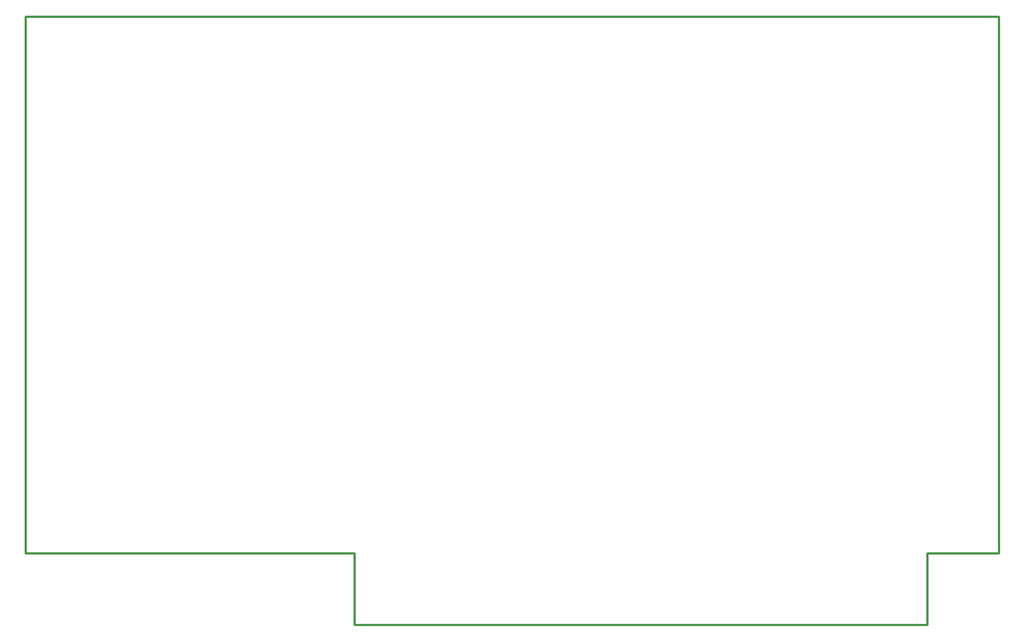
<source format=gm1>
%TF.GenerationSoftware,KiCad,Pcbnew,7.0.8-1.fc38*%
%TF.CreationDate,2023-10-28T17:25:26+02:00*%
%TF.ProjectId,AppleVGA,4170706c-6556-4474-912e-6b696361645f,A*%
%TF.SameCoordinates,Original*%
%TF.FileFunction,Profile,NP*%
%FSLAX46Y46*%
G04 Gerber Fmt 4.6, Leading zero omitted, Abs format (unit mm)*
G04 Created by KiCad (PCBNEW 7.0.8-1.fc38) date 2023-10-28 17:25:26*
%MOMM*%
%LPD*%
G01*
G04 APERTURE LIST*
%TA.AperFunction,Profile*%
%ADD10C,0.254000*%
%TD*%
G04 APERTURE END LIST*
D10*
X211582000Y-127508000D02*
X211582000Y-119380000D01*
X219710000Y-119380000D02*
X219710000Y-58420000D01*
X219710000Y-58420000D02*
X109220000Y-58420000D01*
X146558000Y-127508000D02*
X211582000Y-127508000D01*
X211582000Y-119380000D02*
X219710000Y-119380000D01*
X109220000Y-119380000D02*
X146558000Y-119380000D01*
X146558000Y-119380000D02*
X146558000Y-127508000D01*
X109220000Y-58420000D02*
X109220000Y-119380000D01*
M02*

</source>
